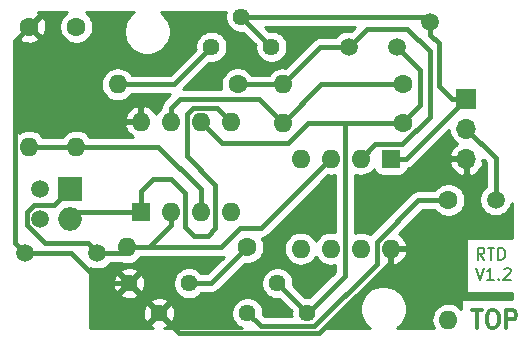
<source format=gtl>
G04 #@! TF.GenerationSoftware,KiCad,Pcbnew,(5.1.4)-1*
G04 #@! TF.CreationDate,2019-09-16T22:23:31+02:00*
G04 #@! TF.ProjectId,RTD,5254442e-6b69-4636-9164-5f7063625858,1.2*
G04 #@! TF.SameCoordinates,PXe4e1c0PY29f6300*
G04 #@! TF.FileFunction,Copper,L1,Top*
G04 #@! TF.FilePolarity,Positive*
%FSLAX46Y46*%
G04 Gerber Fmt 4.6, Leading zero omitted, Abs format (unit mm)*
G04 Created by KiCad (PCBNEW (5.1.4)-1) date 2019-09-16 22:23:31*
%MOMM*%
%LPD*%
G04 APERTURE LIST*
%ADD10C,0.200000*%
%ADD11C,0.300000*%
%ADD12C,1.500000*%
%ADD13O,1.600000X1.600000*%
%ADD14R,1.600000X1.600000*%
%ADD15C,1.600000*%
%ADD16C,1.440000*%
%ADD17R,1.998980X1.998980*%
%ADD18O,1.998980X1.998980*%
%ADD19O,1.700000X1.700000*%
%ADD20R,1.700000X1.700000*%
%ADD21C,0.400000*%
%ADD22C,0.254000*%
G04 APERTURE END LIST*
D10*
X40549523Y6932620D02*
X40216190Y7408810D01*
X39978095Y6932620D02*
X39978095Y7932620D01*
X40359047Y7932620D01*
X40454285Y7885000D01*
X40501904Y7837381D01*
X40549523Y7742143D01*
X40549523Y7599286D01*
X40501904Y7504048D01*
X40454285Y7456429D01*
X40359047Y7408810D01*
X39978095Y7408810D01*
X40835238Y7932620D02*
X41406666Y7932620D01*
X41120952Y6932620D02*
X41120952Y7932620D01*
X41740000Y6932620D02*
X41740000Y7932620D01*
X41978095Y7932620D01*
X42120952Y7885000D01*
X42216190Y7789762D01*
X42263809Y7694524D01*
X42311428Y7504048D01*
X42311428Y7361191D01*
X42263809Y7170715D01*
X42216190Y7075477D01*
X42120952Y6980239D01*
X41978095Y6932620D01*
X41740000Y6932620D01*
X39835238Y6232620D02*
X40168571Y5232620D01*
X40501904Y6232620D01*
X41359047Y5232620D02*
X40787619Y5232620D01*
X41073333Y5232620D02*
X41073333Y6232620D01*
X40978095Y6089762D01*
X40882857Y5994524D01*
X40787619Y5946905D01*
X41787619Y5327858D02*
X41835238Y5280239D01*
X41787619Y5232620D01*
X41740000Y5280239D01*
X41787619Y5327858D01*
X41787619Y5232620D01*
X42216190Y6137381D02*
X42263809Y6185000D01*
X42359047Y6232620D01*
X42597142Y6232620D01*
X42692380Y6185000D01*
X42740000Y6137381D01*
X42787619Y6042143D01*
X42787619Y5946905D01*
X42740000Y5804048D01*
X42168571Y5232620D01*
X42787619Y5232620D01*
D11*
X39471071Y2657429D02*
X40328214Y2657429D01*
X39899642Y1157429D02*
X39899642Y2657429D01*
X41113928Y2657429D02*
X41399642Y2657429D01*
X41542500Y2586000D01*
X41685357Y2443143D01*
X41756785Y2157429D01*
X41756785Y1657429D01*
X41685357Y1371715D01*
X41542500Y1228858D01*
X41399642Y1157429D01*
X41113928Y1157429D01*
X40971071Y1228858D01*
X40828214Y1371715D01*
X40756785Y1657429D01*
X40756785Y2157429D01*
X40828214Y2443143D01*
X40971071Y2586000D01*
X41113928Y2657429D01*
X42399642Y1157429D02*
X42399642Y2657429D01*
X42971071Y2657429D01*
X43113928Y2586000D01*
X43185357Y2514572D01*
X43256785Y2371715D01*
X43256785Y2157429D01*
X43185357Y2014572D01*
X43113928Y1943143D01*
X42971071Y1871715D01*
X42399642Y1871715D01*
D12*
X41515000Y11996000D03*
X33133000Y24950000D03*
X29069000Y24950000D03*
X7796500Y7487500D03*
X1637000Y7487500D03*
X35990500Y27045500D03*
D13*
X32625000Y7868500D03*
X25005000Y15488500D03*
X30085000Y7868500D03*
X27545000Y15488500D03*
X27545000Y7868500D03*
X30085000Y15488500D03*
X25005000Y7868500D03*
D14*
X32625000Y15488500D03*
D13*
X11479500Y18600000D03*
X19099500Y10980000D03*
X14019500Y18600000D03*
X16559500Y10980000D03*
X16559500Y18600000D03*
X14019500Y10980000D03*
X19099500Y18600000D03*
D14*
X11479500Y10980000D03*
D13*
X37514500Y1836000D03*
D15*
X37514500Y11996000D03*
D13*
X23481000Y18536500D03*
D15*
X33641000Y18536500D03*
D16*
X25576500Y2407500D03*
X23036500Y4947500D03*
X20496500Y2407500D03*
D13*
X23481000Y21775000D03*
D15*
X33641000Y21775000D03*
D13*
X9511000Y21775000D03*
D15*
X19671000Y21775000D03*
D13*
X6018500Y16504500D03*
D15*
X6018500Y26664500D03*
D13*
X2018000Y16504500D03*
D15*
X2018000Y26664500D03*
D13*
X10336500Y7995500D03*
D15*
X20496500Y7995500D03*
D12*
X2970500Y12948500D03*
X2970500Y10408500D03*
D17*
X5510500Y12948500D03*
D18*
X5510500Y10408500D03*
D16*
X10463500Y4947500D03*
X13003500Y2407500D03*
X15543500Y4947500D03*
X22528500Y24950000D03*
X19988500Y27490000D03*
X17448500Y24950000D03*
D19*
X39038500Y15488500D03*
X39038500Y18028500D03*
D20*
X39038500Y20568500D03*
D21*
X39038500Y14286419D02*
X39038500Y15488500D01*
X39038500Y10916500D02*
X39038500Y14286419D01*
X32625000Y7868500D02*
X35990500Y7868500D01*
X35990500Y7868500D02*
X39038500Y10916500D01*
X10082500Y18600000D02*
X11479500Y18600000D01*
X2018000Y26664500D02*
X10082500Y18600000D01*
X1218001Y25864501D02*
X2018000Y26664500D01*
X817999Y25464499D02*
X1218001Y25864501D01*
X817999Y8306501D02*
X817999Y25464499D01*
X1637000Y7487500D02*
X817999Y8306501D01*
X9445267Y4947500D02*
X10463500Y4947500D01*
X8120249Y4947500D02*
X9445267Y4947500D01*
X1637000Y7487500D02*
X5580249Y7487500D01*
X5580249Y7487500D02*
X8120249Y4947500D01*
X10463500Y4947500D02*
X13003500Y2407500D01*
X13723499Y1687501D02*
X13003500Y2407500D01*
X14723510Y687490D02*
X13723499Y1687501D01*
X26575360Y687490D02*
X14723510Y687490D01*
X32625000Y6737130D02*
X26575360Y687490D01*
X32625000Y7868500D02*
X32625000Y6737130D01*
X14273500Y21775000D02*
X17448500Y24950000D01*
X9511000Y21775000D02*
X14273500Y21775000D01*
X17448500Y4947500D02*
X20496500Y7995500D01*
X15543500Y4947500D02*
X17448500Y4947500D01*
X26745001Y14688501D02*
X27545000Y15488500D01*
X21670251Y9613751D02*
X26745001Y14688501D01*
X19892251Y9613751D02*
X21670251Y9613751D01*
X18274000Y7995500D02*
X19892251Y9613751D01*
X12178000Y8007130D02*
X12178000Y7995500D01*
X14019500Y9848630D02*
X12178000Y8007130D01*
X14019500Y10980000D02*
X14019500Y9848630D01*
X10336500Y7995500D02*
X12178000Y7995500D01*
X12178000Y7995500D02*
X18274000Y7995500D01*
X4120501Y11558501D02*
X2418499Y11558501D01*
X5510500Y12948500D02*
X4120501Y11558501D01*
X2418499Y11558501D02*
X1820499Y10960501D01*
X1820499Y10960501D02*
X1820499Y9856499D01*
X1820499Y9856499D02*
X3363998Y8313000D01*
X6971000Y8313000D02*
X7796500Y7487500D01*
X3363998Y8313000D02*
X6971000Y8313000D01*
X9828500Y7487500D02*
X10336500Y7995500D01*
X7796500Y7487500D02*
X9828500Y7487500D01*
X6082000Y10980000D02*
X5510500Y10408500D01*
X11479500Y10980000D02*
X6082000Y10980000D01*
X15219501Y12573999D02*
X14019500Y13774000D01*
X11479500Y12758000D02*
X11479500Y10980000D01*
X15219501Y9716499D02*
X15219501Y12573999D01*
X15988000Y8948000D02*
X15219501Y9716499D01*
X14019500Y13774000D02*
X12495500Y13774000D01*
X17759501Y9576501D02*
X17131000Y8948000D01*
X12495500Y13774000D02*
X11479500Y12758000D01*
X17899499Y19800001D02*
X15918001Y19800001D01*
X15918001Y19800001D02*
X15359499Y19241499D01*
X19099500Y18600000D02*
X17899499Y19800001D01*
X15359499Y19241499D02*
X15359499Y15672501D01*
X17131000Y8948000D02*
X15988000Y8948000D01*
X15359499Y15672501D02*
X17759501Y13272499D01*
X17759501Y13272499D02*
X17759501Y9576501D01*
X26656000Y24950000D02*
X29069000Y24950000D01*
X23481000Y21775000D02*
X26656000Y24950000D01*
X19671000Y21775000D02*
X23481000Y21775000D01*
X29818999Y25699999D02*
X29069000Y24950000D01*
X30593000Y26474000D02*
X29818999Y25699999D01*
X31285001Y16688501D02*
X33569003Y16688501D01*
X30085000Y15488500D02*
X31285001Y16688501D01*
X33569003Y16688501D02*
X35927000Y19046498D01*
X35927000Y19046498D02*
X35927000Y24569000D01*
X35927000Y24569000D02*
X34022000Y26474000D01*
X34022000Y26474000D02*
X30593000Y26474000D01*
X26719500Y21775000D02*
X33641000Y21775000D01*
X23481000Y18536500D02*
X26719500Y21775000D01*
X22681001Y19336499D02*
X23481000Y18536500D01*
X21449000Y20568500D02*
X22681001Y19336499D01*
X14781500Y20568500D02*
X21449000Y20568500D01*
X14019500Y18600000D02*
X14019500Y19806500D01*
X14019500Y19806500D02*
X14781500Y20568500D01*
X34440999Y19336499D02*
X33641000Y18536500D01*
X35101500Y19997000D02*
X34440999Y19336499D01*
X33133000Y24950000D02*
X35101500Y22981500D01*
X35101500Y22981500D02*
X35101500Y19997000D01*
X25576500Y2407500D02*
X23036500Y4947500D01*
X17359499Y17800001D02*
X16559500Y18600000D01*
X18337500Y16822000D02*
X17359499Y17800001D01*
X23925500Y16822000D02*
X18337500Y16822000D01*
X25640000Y18536500D02*
X23925500Y16822000D01*
X26296499Y3127499D02*
X25576500Y2407500D01*
X28745001Y5576001D02*
X26296499Y3127499D01*
X28745001Y18466501D02*
X28745001Y5576001D01*
X28815000Y18536500D02*
X28745001Y18466501D01*
X28815000Y18536500D02*
X25640000Y18536500D01*
X33641000Y18536500D02*
X28815000Y18536500D01*
X41515000Y15552000D02*
X41515000Y11996000D01*
X39038500Y18028500D02*
X41515000Y15552000D01*
X19988500Y27490000D02*
X22528500Y24950000D01*
X35546000Y27490000D02*
X35990500Y27045500D01*
X19988500Y27490000D02*
X35546000Y27490000D01*
X33958500Y15488500D02*
X39038500Y20568500D01*
X32625000Y15488500D02*
X33958500Y15488500D01*
X37788500Y20568500D02*
X39038500Y20568500D01*
X36689000Y21668000D02*
X37788500Y20568500D01*
X35990500Y27045500D02*
X35990500Y25984840D01*
X36689000Y25286340D02*
X36689000Y21668000D01*
X35990500Y25984840D02*
X36689000Y25286340D01*
X3149370Y16504500D02*
X6018500Y16504500D01*
X2018000Y16504500D02*
X3149370Y16504500D01*
X16559500Y12885000D02*
X16559500Y10980000D01*
X6018500Y16504500D02*
X12940000Y16504500D01*
X12940000Y16504500D02*
X16559500Y12885000D01*
X36383130Y11996000D02*
X37514500Y11996000D01*
X34976498Y11996000D02*
X36383130Y11996000D01*
X31424999Y8444501D02*
X34976498Y11996000D01*
X26114101Y1287499D02*
X31424999Y6598397D01*
X31424999Y6598397D02*
X31424999Y8444501D01*
X21616501Y1287499D02*
X26114101Y1287499D01*
X20496500Y2407500D02*
X21616501Y1287499D01*
D22*
G36*
X37574987Y17737389D02*
G01*
X37659901Y17457466D01*
X37797794Y17199486D01*
X37983366Y16973366D01*
X38209486Y16787794D01*
X38274023Y16753299D01*
X38157145Y16683678D01*
X37940912Y16488769D01*
X37766859Y16255420D01*
X37641675Y15992599D01*
X37597024Y15845390D01*
X37718345Y15615500D01*
X38911500Y15615500D01*
X38911500Y15635500D01*
X39165500Y15635500D01*
X39165500Y15615500D01*
X39185500Y15615500D01*
X39185500Y15361500D01*
X39165500Y15361500D01*
X39165500Y14167686D01*
X39395391Y14047019D01*
X39669752Y14144343D01*
X39919855Y14293322D01*
X40136088Y14488231D01*
X40310141Y14721580D01*
X40435325Y14984401D01*
X40479976Y15131610D01*
X40358656Y15361498D01*
X40523500Y15361498D01*
X40523500Y15362631D01*
X40680000Y15206131D01*
X40680001Y13103796D01*
X40632114Y13071799D01*
X40439201Y12878886D01*
X40287629Y12652043D01*
X40183225Y12399989D01*
X40130000Y12132411D01*
X40130000Y11859589D01*
X40183225Y11592011D01*
X40287629Y11339957D01*
X40439201Y11113114D01*
X40632114Y10920201D01*
X40858957Y10768629D01*
X41111011Y10664225D01*
X41378589Y10611000D01*
X41651411Y10611000D01*
X41918989Y10664225D01*
X42171043Y10768629D01*
X42397886Y10920201D01*
X42590799Y11113114D01*
X42742371Y11339957D01*
X42846775Y11592011D01*
X42873000Y11723852D01*
X42873000Y8790000D01*
X38975000Y8790000D01*
X38975000Y4120000D01*
X42873000Y4120000D01*
X42873000Y3626000D01*
X38588214Y3626000D01*
X38588214Y2789680D01*
X38534108Y2855608D01*
X38315601Y3034932D01*
X38066308Y3168182D01*
X37795809Y3250236D01*
X37584992Y3271000D01*
X37444008Y3271000D01*
X37233191Y3250236D01*
X36962692Y3168182D01*
X36713399Y3034932D01*
X36494892Y2855608D01*
X36315568Y2637101D01*
X36182318Y2387808D01*
X36100264Y2117309D01*
X36072557Y1836000D01*
X36100264Y1554691D01*
X36182318Y1284192D01*
X36266339Y1127000D01*
X33143916Y1127000D01*
X33265364Y1208149D01*
X33541851Y1484636D01*
X33759085Y1809750D01*
X33908718Y2170997D01*
X33985000Y2554495D01*
X33985000Y2945505D01*
X33908718Y3329003D01*
X33759085Y3690250D01*
X33541851Y4015364D01*
X33265364Y4291851D01*
X32940250Y4509085D01*
X32579003Y4658718D01*
X32195505Y4735000D01*
X31804495Y4735000D01*
X31420997Y4658718D01*
X31059750Y4509085D01*
X30734636Y4291851D01*
X30458149Y4015364D01*
X30240915Y3690250D01*
X30091282Y3329003D01*
X30015000Y2945505D01*
X30015000Y2554495D01*
X30091282Y2170997D01*
X30240915Y1809750D01*
X30458149Y1484636D01*
X30734636Y1208149D01*
X30856084Y1127000D01*
X27134469Y1127000D01*
X31986427Y5978957D01*
X32018290Y6005106D01*
X32122635Y6132251D01*
X32200171Y6277310D01*
X32247917Y6434708D01*
X32252736Y6483640D01*
X32275961Y6476596D01*
X32498000Y6598585D01*
X32498000Y7741500D01*
X32752000Y7741500D01*
X32752000Y6598585D01*
X32974039Y6476596D01*
X33108087Y6517254D01*
X33362420Y6637463D01*
X33588414Y6804981D01*
X33777385Y7013369D01*
X33922070Y7254619D01*
X34016909Y7519460D01*
X33895624Y7741500D01*
X32752000Y7741500D01*
X32498000Y7741500D01*
X32478000Y7741500D01*
X32478000Y7995500D01*
X32498000Y7995500D01*
X32498000Y8015500D01*
X32752000Y8015500D01*
X32752000Y7995500D01*
X33895624Y7995500D01*
X34016909Y8217540D01*
X33922070Y8482381D01*
X33777385Y8723631D01*
X33588414Y8932019D01*
X33362420Y9099537D01*
X33293484Y9132119D01*
X35322366Y11161000D01*
X36346570Y11161000D01*
X36399863Y11081241D01*
X36599741Y10881363D01*
X36834773Y10724320D01*
X37095926Y10616147D01*
X37373165Y10561000D01*
X37655835Y10561000D01*
X37933074Y10616147D01*
X38194227Y10724320D01*
X38429259Y10881363D01*
X38629137Y11081241D01*
X38786180Y11316273D01*
X38894353Y11577426D01*
X38949500Y11854665D01*
X38949500Y12137335D01*
X38894353Y12414574D01*
X38786180Y12675727D01*
X38629137Y12910759D01*
X38429259Y13110637D01*
X38194227Y13267680D01*
X37933074Y13375853D01*
X37655835Y13431000D01*
X37373165Y13431000D01*
X37095926Y13375853D01*
X36834773Y13267680D01*
X36599741Y13110637D01*
X36399863Y12910759D01*
X36346570Y12831000D01*
X35017516Y12831000D01*
X34976497Y12835040D01*
X34935479Y12831000D01*
X34812809Y12818918D01*
X34655411Y12771172D01*
X34510352Y12693636D01*
X34383207Y12589291D01*
X34357057Y12557427D01*
X30873694Y9074063D01*
X30636808Y9200682D01*
X30366309Y9282736D01*
X30155492Y9303500D01*
X30014508Y9303500D01*
X29803691Y9282736D01*
X29580001Y9214881D01*
X29580001Y14142119D01*
X29803691Y14074264D01*
X30014508Y14053500D01*
X30155492Y14053500D01*
X30366309Y14074264D01*
X30636808Y14156318D01*
X30886101Y14289568D01*
X31104608Y14468892D01*
X31197419Y14581982D01*
X31199188Y14564018D01*
X31235498Y14444320D01*
X31294463Y14334006D01*
X31373815Y14237315D01*
X31470506Y14157963D01*
X31580820Y14098998D01*
X31700518Y14062688D01*
X31825000Y14050428D01*
X33425000Y14050428D01*
X33549482Y14062688D01*
X33669180Y14098998D01*
X33779494Y14157963D01*
X33876185Y14237315D01*
X33955537Y14334006D01*
X34014502Y14444320D01*
X34050812Y14564018D01*
X34060214Y14659478D01*
X34122189Y14665582D01*
X34279587Y14713328D01*
X34424646Y14790864D01*
X34551791Y14895209D01*
X34577946Y14927079D01*
X34782477Y15131610D01*
X37597024Y15131610D01*
X37641675Y14984401D01*
X37766859Y14721580D01*
X37940912Y14488231D01*
X38157145Y14293322D01*
X38407248Y14144343D01*
X38681609Y14047019D01*
X38911500Y14167686D01*
X38911500Y15361500D01*
X37718345Y15361500D01*
X37597024Y15131610D01*
X34782477Y15131610D01*
X37558245Y17907376D01*
X37574987Y17737389D01*
X37574987Y17737389D01*
G37*
X37574987Y17737389D02*
X37659901Y17457466D01*
X37797794Y17199486D01*
X37983366Y16973366D01*
X38209486Y16787794D01*
X38274023Y16753299D01*
X38157145Y16683678D01*
X37940912Y16488769D01*
X37766859Y16255420D01*
X37641675Y15992599D01*
X37597024Y15845390D01*
X37718345Y15615500D01*
X38911500Y15615500D01*
X38911500Y15635500D01*
X39165500Y15635500D01*
X39165500Y15615500D01*
X39185500Y15615500D01*
X39185500Y15361500D01*
X39165500Y15361500D01*
X39165500Y14167686D01*
X39395391Y14047019D01*
X39669752Y14144343D01*
X39919855Y14293322D01*
X40136088Y14488231D01*
X40310141Y14721580D01*
X40435325Y14984401D01*
X40479976Y15131610D01*
X40358656Y15361498D01*
X40523500Y15361498D01*
X40523500Y15362631D01*
X40680000Y15206131D01*
X40680001Y13103796D01*
X40632114Y13071799D01*
X40439201Y12878886D01*
X40287629Y12652043D01*
X40183225Y12399989D01*
X40130000Y12132411D01*
X40130000Y11859589D01*
X40183225Y11592011D01*
X40287629Y11339957D01*
X40439201Y11113114D01*
X40632114Y10920201D01*
X40858957Y10768629D01*
X41111011Y10664225D01*
X41378589Y10611000D01*
X41651411Y10611000D01*
X41918989Y10664225D01*
X42171043Y10768629D01*
X42397886Y10920201D01*
X42590799Y11113114D01*
X42742371Y11339957D01*
X42846775Y11592011D01*
X42873000Y11723852D01*
X42873000Y8790000D01*
X38975000Y8790000D01*
X38975000Y4120000D01*
X42873000Y4120000D01*
X42873000Y3626000D01*
X38588214Y3626000D01*
X38588214Y2789680D01*
X38534108Y2855608D01*
X38315601Y3034932D01*
X38066308Y3168182D01*
X37795809Y3250236D01*
X37584992Y3271000D01*
X37444008Y3271000D01*
X37233191Y3250236D01*
X36962692Y3168182D01*
X36713399Y3034932D01*
X36494892Y2855608D01*
X36315568Y2637101D01*
X36182318Y2387808D01*
X36100264Y2117309D01*
X36072557Y1836000D01*
X36100264Y1554691D01*
X36182318Y1284192D01*
X36266339Y1127000D01*
X33143916Y1127000D01*
X33265364Y1208149D01*
X33541851Y1484636D01*
X33759085Y1809750D01*
X33908718Y2170997D01*
X33985000Y2554495D01*
X33985000Y2945505D01*
X33908718Y3329003D01*
X33759085Y3690250D01*
X33541851Y4015364D01*
X33265364Y4291851D01*
X32940250Y4509085D01*
X32579003Y4658718D01*
X32195505Y4735000D01*
X31804495Y4735000D01*
X31420997Y4658718D01*
X31059750Y4509085D01*
X30734636Y4291851D01*
X30458149Y4015364D01*
X30240915Y3690250D01*
X30091282Y3329003D01*
X30015000Y2945505D01*
X30015000Y2554495D01*
X30091282Y2170997D01*
X30240915Y1809750D01*
X30458149Y1484636D01*
X30734636Y1208149D01*
X30856084Y1127000D01*
X27134469Y1127000D01*
X31986427Y5978957D01*
X32018290Y6005106D01*
X32122635Y6132251D01*
X32200171Y6277310D01*
X32247917Y6434708D01*
X32252736Y6483640D01*
X32275961Y6476596D01*
X32498000Y6598585D01*
X32498000Y7741500D01*
X32752000Y7741500D01*
X32752000Y6598585D01*
X32974039Y6476596D01*
X33108087Y6517254D01*
X33362420Y6637463D01*
X33588414Y6804981D01*
X33777385Y7013369D01*
X33922070Y7254619D01*
X34016909Y7519460D01*
X33895624Y7741500D01*
X32752000Y7741500D01*
X32498000Y7741500D01*
X32478000Y7741500D01*
X32478000Y7995500D01*
X32498000Y7995500D01*
X32498000Y8015500D01*
X32752000Y8015500D01*
X32752000Y7995500D01*
X33895624Y7995500D01*
X34016909Y8217540D01*
X33922070Y8482381D01*
X33777385Y8723631D01*
X33588414Y8932019D01*
X33362420Y9099537D01*
X33293484Y9132119D01*
X35322366Y11161000D01*
X36346570Y11161000D01*
X36399863Y11081241D01*
X36599741Y10881363D01*
X36834773Y10724320D01*
X37095926Y10616147D01*
X37373165Y10561000D01*
X37655835Y10561000D01*
X37933074Y10616147D01*
X38194227Y10724320D01*
X38429259Y10881363D01*
X38629137Y11081241D01*
X38786180Y11316273D01*
X38894353Y11577426D01*
X38949500Y11854665D01*
X38949500Y12137335D01*
X38894353Y12414574D01*
X38786180Y12675727D01*
X38629137Y12910759D01*
X38429259Y13110637D01*
X38194227Y13267680D01*
X37933074Y13375853D01*
X37655835Y13431000D01*
X37373165Y13431000D01*
X37095926Y13375853D01*
X36834773Y13267680D01*
X36599741Y13110637D01*
X36399863Y12910759D01*
X36346570Y12831000D01*
X35017516Y12831000D01*
X34976497Y12835040D01*
X34935479Y12831000D01*
X34812809Y12818918D01*
X34655411Y12771172D01*
X34510352Y12693636D01*
X34383207Y12589291D01*
X34357057Y12557427D01*
X30873694Y9074063D01*
X30636808Y9200682D01*
X30366309Y9282736D01*
X30155492Y9303500D01*
X30014508Y9303500D01*
X29803691Y9282736D01*
X29580001Y9214881D01*
X29580001Y14142119D01*
X29803691Y14074264D01*
X30014508Y14053500D01*
X30155492Y14053500D01*
X30366309Y14074264D01*
X30636808Y14156318D01*
X30886101Y14289568D01*
X31104608Y14468892D01*
X31197419Y14581982D01*
X31199188Y14564018D01*
X31235498Y14444320D01*
X31294463Y14334006D01*
X31373815Y14237315D01*
X31470506Y14157963D01*
X31580820Y14098998D01*
X31700518Y14062688D01*
X31825000Y14050428D01*
X33425000Y14050428D01*
X33549482Y14062688D01*
X33669180Y14098998D01*
X33779494Y14157963D01*
X33876185Y14237315D01*
X33955537Y14334006D01*
X34014502Y14444320D01*
X34050812Y14564018D01*
X34060214Y14659478D01*
X34122189Y14665582D01*
X34279587Y14713328D01*
X34424646Y14790864D01*
X34551791Y14895209D01*
X34577946Y14927079D01*
X34782477Y15131610D01*
X37597024Y15131610D01*
X37641675Y14984401D01*
X37766859Y14721580D01*
X37940912Y14488231D01*
X38157145Y14293322D01*
X38407248Y14144343D01*
X38681609Y14047019D01*
X38911500Y14167686D01*
X38911500Y15361500D01*
X37718345Y15361500D01*
X37597024Y15131610D01*
X34782477Y15131610D01*
X37558245Y17907376D01*
X37574987Y17737389D01*
G36*
X27910002Y9257348D02*
G01*
X27826309Y9282736D01*
X27615492Y9303500D01*
X27474508Y9303500D01*
X27263691Y9282736D01*
X26993192Y9200682D01*
X26743899Y9067432D01*
X26525392Y8888108D01*
X26346068Y8669601D01*
X26275000Y8536642D01*
X26203932Y8669601D01*
X26024608Y8888108D01*
X25806101Y9067432D01*
X25556808Y9200682D01*
X25286309Y9282736D01*
X25075492Y9303500D01*
X24934508Y9303500D01*
X24723691Y9282736D01*
X24453192Y9200682D01*
X24203899Y9067432D01*
X23985392Y8888108D01*
X23806068Y8669601D01*
X23672818Y8420308D01*
X23590764Y8149809D01*
X23563057Y7868500D01*
X23590764Y7587191D01*
X23672818Y7316692D01*
X23806068Y7067399D01*
X23985392Y6848892D01*
X24203899Y6669568D01*
X24453192Y6536318D01*
X24723691Y6454264D01*
X24934508Y6433500D01*
X25075492Y6433500D01*
X25286309Y6454264D01*
X25556808Y6536318D01*
X25806101Y6669568D01*
X26024608Y6848892D01*
X26203932Y7067399D01*
X26275000Y7200358D01*
X26346068Y7067399D01*
X26525392Y6848892D01*
X26743899Y6669568D01*
X26993192Y6536318D01*
X27263691Y6454264D01*
X27474508Y6433500D01*
X27615492Y6433500D01*
X27826309Y6454264D01*
X27910002Y6479652D01*
X27910002Y5921871D01*
X25743884Y3755751D01*
X25709956Y3762500D01*
X25443044Y3762500D01*
X25409116Y3755751D01*
X24384751Y4780116D01*
X24391500Y4814044D01*
X24391500Y5080956D01*
X24339428Y5342739D01*
X24237285Y5589333D01*
X24088997Y5811262D01*
X23900262Y5999997D01*
X23678333Y6148285D01*
X23431739Y6250428D01*
X23169956Y6302500D01*
X22903044Y6302500D01*
X22641261Y6250428D01*
X22394667Y6148285D01*
X22172738Y5999997D01*
X21984003Y5811262D01*
X21835715Y5589333D01*
X21733572Y5342739D01*
X21681500Y5080956D01*
X21681500Y4814044D01*
X21733572Y4552261D01*
X21835715Y4305667D01*
X21984003Y4083738D01*
X22172738Y3895003D01*
X22394667Y3746715D01*
X22641261Y3644572D01*
X22903044Y3592500D01*
X23169956Y3592500D01*
X23203884Y3599249D01*
X24228249Y2574884D01*
X24221500Y2540956D01*
X24221500Y2274044D01*
X24251644Y2122499D01*
X21962370Y2122499D01*
X21844751Y2240117D01*
X21851500Y2274044D01*
X21851500Y2540956D01*
X21799428Y2802739D01*
X21697285Y3049333D01*
X21548997Y3271262D01*
X21360262Y3459997D01*
X21138333Y3608285D01*
X20891739Y3710428D01*
X20629956Y3762500D01*
X20363044Y3762500D01*
X20101261Y3710428D01*
X19854667Y3608285D01*
X19632738Y3459997D01*
X19444003Y3271262D01*
X19295715Y3049333D01*
X19193572Y2802739D01*
X19141500Y2540956D01*
X19141500Y2274044D01*
X19193572Y2012261D01*
X19295715Y1765667D01*
X19444003Y1543738D01*
X19632738Y1355003D01*
X19854667Y1206715D01*
X20047115Y1127000D01*
X13447085Y1127000D01*
X13591853Y1179625D01*
X13697568Y1236132D01*
X13759455Y1471940D01*
X13003500Y2227895D01*
X12247545Y1471940D01*
X12309432Y1236132D01*
X12543222Y1127000D01*
X7127000Y1127000D01*
X7127000Y2333820D01*
X11643939Y2333820D01*
X11684437Y2069999D01*
X11775625Y1819147D01*
X11832132Y1713432D01*
X12067940Y1651545D01*
X12823895Y2407500D01*
X13183105Y2407500D01*
X13939060Y1651545D01*
X14174868Y1713432D01*
X14287766Y1955290D01*
X14351311Y2214527D01*
X14363061Y2481180D01*
X14322563Y2745001D01*
X14231375Y2995853D01*
X14174868Y3101568D01*
X13939060Y3163455D01*
X13183105Y2407500D01*
X12823895Y2407500D01*
X12067940Y3163455D01*
X11832132Y3101568D01*
X11719234Y2859710D01*
X11655689Y2600473D01*
X11643939Y2333820D01*
X7127000Y2333820D01*
X7127000Y3343060D01*
X12247545Y3343060D01*
X13003500Y2587105D01*
X13759455Y3343060D01*
X13697568Y3578868D01*
X13455710Y3691766D01*
X13196473Y3755311D01*
X12929820Y3767061D01*
X12665999Y3726563D01*
X12415147Y3635375D01*
X12309432Y3578868D01*
X12247545Y3343060D01*
X7127000Y3343060D01*
X7127000Y4011940D01*
X9707545Y4011940D01*
X9769432Y3776132D01*
X10011290Y3663234D01*
X10270527Y3599689D01*
X10537180Y3587939D01*
X10801001Y3628437D01*
X11051853Y3719625D01*
X11157568Y3776132D01*
X11219455Y4011940D01*
X10463500Y4767895D01*
X9707545Y4011940D01*
X7127000Y4011940D01*
X7127000Y4873820D01*
X9103939Y4873820D01*
X9144437Y4609999D01*
X9235625Y4359147D01*
X9292132Y4253432D01*
X9527940Y4191545D01*
X10283895Y4947500D01*
X10643105Y4947500D01*
X11399060Y4191545D01*
X11634868Y4253432D01*
X11747766Y4495290D01*
X11811311Y4754527D01*
X11823061Y5021180D01*
X11782563Y5285001D01*
X11691375Y5535853D01*
X11634868Y5641568D01*
X11399060Y5703455D01*
X10643105Y4947500D01*
X10283895Y4947500D01*
X9527940Y5703455D01*
X9292132Y5641568D01*
X9179234Y5399710D01*
X9115689Y5140473D01*
X9103939Y4873820D01*
X7127000Y4873820D01*
X7127000Y5883060D01*
X9707545Y5883060D01*
X10463500Y5127105D01*
X11219455Y5883060D01*
X11157568Y6118868D01*
X10915710Y6231766D01*
X10656473Y6295311D01*
X10389820Y6307061D01*
X10125999Y6266563D01*
X9875147Y6175375D01*
X9769432Y6118868D01*
X9707545Y5883060D01*
X7127000Y5883060D01*
X7127000Y6269121D01*
X7140457Y6260129D01*
X7392511Y6155725D01*
X7660089Y6102500D01*
X7932911Y6102500D01*
X8200489Y6155725D01*
X8452543Y6260129D01*
X8679386Y6411701D01*
X8872299Y6604614D01*
X8904295Y6652500D01*
X9787482Y6652500D01*
X9828500Y6648460D01*
X9832405Y6648845D01*
X10055191Y6581264D01*
X10266008Y6560500D01*
X10406992Y6560500D01*
X10617809Y6581264D01*
X10888308Y6663318D01*
X11137601Y6796568D01*
X11356108Y6975892D01*
X11507612Y7160500D01*
X12136982Y7160500D01*
X12178000Y7156460D01*
X12219019Y7160500D01*
X18232982Y7160500D01*
X18274000Y7156460D01*
X18315018Y7160500D01*
X18315019Y7160500D01*
X18437689Y7172582D01*
X18516674Y7196542D01*
X17102633Y5782500D01*
X16615215Y5782500D01*
X16595997Y5811262D01*
X16407262Y5999997D01*
X16185333Y6148285D01*
X15938739Y6250428D01*
X15676956Y6302500D01*
X15410044Y6302500D01*
X15148261Y6250428D01*
X14901667Y6148285D01*
X14679738Y5999997D01*
X14491003Y5811262D01*
X14342715Y5589333D01*
X14240572Y5342739D01*
X14188500Y5080956D01*
X14188500Y4814044D01*
X14240572Y4552261D01*
X14342715Y4305667D01*
X14491003Y4083738D01*
X14679738Y3895003D01*
X14901667Y3746715D01*
X15148261Y3644572D01*
X15410044Y3592500D01*
X15676956Y3592500D01*
X15938739Y3644572D01*
X16185333Y3746715D01*
X16407262Y3895003D01*
X16595997Y4083738D01*
X16615215Y4112500D01*
X17407482Y4112500D01*
X17448500Y4108460D01*
X17489518Y4112500D01*
X17489519Y4112500D01*
X17612189Y4124582D01*
X17769587Y4172328D01*
X17914646Y4249864D01*
X18041791Y4354209D01*
X18067946Y4386079D01*
X20261083Y6579214D01*
X20355165Y6560500D01*
X20637835Y6560500D01*
X20915074Y6615647D01*
X21176227Y6723820D01*
X21411259Y6880863D01*
X21611137Y7080741D01*
X21768180Y7315773D01*
X21876353Y7576926D01*
X21931500Y7854165D01*
X21931500Y8136835D01*
X21876353Y8414074D01*
X21768180Y8675227D01*
X21699765Y8777618D01*
X21711269Y8778751D01*
X21711270Y8778751D01*
X21833940Y8790833D01*
X21991338Y8838579D01*
X22136397Y8916115D01*
X22263542Y9020460D01*
X22289697Y9052330D01*
X27307334Y14069966D01*
X27474508Y14053500D01*
X27615492Y14053500D01*
X27826309Y14074264D01*
X27910001Y14099651D01*
X27910002Y9257348D01*
X27910002Y9257348D01*
G37*
X27910002Y9257348D02*
X27826309Y9282736D01*
X27615492Y9303500D01*
X27474508Y9303500D01*
X27263691Y9282736D01*
X26993192Y9200682D01*
X26743899Y9067432D01*
X26525392Y8888108D01*
X26346068Y8669601D01*
X26275000Y8536642D01*
X26203932Y8669601D01*
X26024608Y8888108D01*
X25806101Y9067432D01*
X25556808Y9200682D01*
X25286309Y9282736D01*
X25075492Y9303500D01*
X24934508Y9303500D01*
X24723691Y9282736D01*
X24453192Y9200682D01*
X24203899Y9067432D01*
X23985392Y8888108D01*
X23806068Y8669601D01*
X23672818Y8420308D01*
X23590764Y8149809D01*
X23563057Y7868500D01*
X23590764Y7587191D01*
X23672818Y7316692D01*
X23806068Y7067399D01*
X23985392Y6848892D01*
X24203899Y6669568D01*
X24453192Y6536318D01*
X24723691Y6454264D01*
X24934508Y6433500D01*
X25075492Y6433500D01*
X25286309Y6454264D01*
X25556808Y6536318D01*
X25806101Y6669568D01*
X26024608Y6848892D01*
X26203932Y7067399D01*
X26275000Y7200358D01*
X26346068Y7067399D01*
X26525392Y6848892D01*
X26743899Y6669568D01*
X26993192Y6536318D01*
X27263691Y6454264D01*
X27474508Y6433500D01*
X27615492Y6433500D01*
X27826309Y6454264D01*
X27910002Y6479652D01*
X27910002Y5921871D01*
X25743884Y3755751D01*
X25709956Y3762500D01*
X25443044Y3762500D01*
X25409116Y3755751D01*
X24384751Y4780116D01*
X24391500Y4814044D01*
X24391500Y5080956D01*
X24339428Y5342739D01*
X24237285Y5589333D01*
X24088997Y5811262D01*
X23900262Y5999997D01*
X23678333Y6148285D01*
X23431739Y6250428D01*
X23169956Y6302500D01*
X22903044Y6302500D01*
X22641261Y6250428D01*
X22394667Y6148285D01*
X22172738Y5999997D01*
X21984003Y5811262D01*
X21835715Y5589333D01*
X21733572Y5342739D01*
X21681500Y5080956D01*
X21681500Y4814044D01*
X21733572Y4552261D01*
X21835715Y4305667D01*
X21984003Y4083738D01*
X22172738Y3895003D01*
X22394667Y3746715D01*
X22641261Y3644572D01*
X22903044Y3592500D01*
X23169956Y3592500D01*
X23203884Y3599249D01*
X24228249Y2574884D01*
X24221500Y2540956D01*
X24221500Y2274044D01*
X24251644Y2122499D01*
X21962370Y2122499D01*
X21844751Y2240117D01*
X21851500Y2274044D01*
X21851500Y2540956D01*
X21799428Y2802739D01*
X21697285Y3049333D01*
X21548997Y3271262D01*
X21360262Y3459997D01*
X21138333Y3608285D01*
X20891739Y3710428D01*
X20629956Y3762500D01*
X20363044Y3762500D01*
X20101261Y3710428D01*
X19854667Y3608285D01*
X19632738Y3459997D01*
X19444003Y3271262D01*
X19295715Y3049333D01*
X19193572Y2802739D01*
X19141500Y2540956D01*
X19141500Y2274044D01*
X19193572Y2012261D01*
X19295715Y1765667D01*
X19444003Y1543738D01*
X19632738Y1355003D01*
X19854667Y1206715D01*
X20047115Y1127000D01*
X13447085Y1127000D01*
X13591853Y1179625D01*
X13697568Y1236132D01*
X13759455Y1471940D01*
X13003500Y2227895D01*
X12247545Y1471940D01*
X12309432Y1236132D01*
X12543222Y1127000D01*
X7127000Y1127000D01*
X7127000Y2333820D01*
X11643939Y2333820D01*
X11684437Y2069999D01*
X11775625Y1819147D01*
X11832132Y1713432D01*
X12067940Y1651545D01*
X12823895Y2407500D01*
X13183105Y2407500D01*
X13939060Y1651545D01*
X14174868Y1713432D01*
X14287766Y1955290D01*
X14351311Y2214527D01*
X14363061Y2481180D01*
X14322563Y2745001D01*
X14231375Y2995853D01*
X14174868Y3101568D01*
X13939060Y3163455D01*
X13183105Y2407500D01*
X12823895Y2407500D01*
X12067940Y3163455D01*
X11832132Y3101568D01*
X11719234Y2859710D01*
X11655689Y2600473D01*
X11643939Y2333820D01*
X7127000Y2333820D01*
X7127000Y3343060D01*
X12247545Y3343060D01*
X13003500Y2587105D01*
X13759455Y3343060D01*
X13697568Y3578868D01*
X13455710Y3691766D01*
X13196473Y3755311D01*
X12929820Y3767061D01*
X12665999Y3726563D01*
X12415147Y3635375D01*
X12309432Y3578868D01*
X12247545Y3343060D01*
X7127000Y3343060D01*
X7127000Y4011940D01*
X9707545Y4011940D01*
X9769432Y3776132D01*
X10011290Y3663234D01*
X10270527Y3599689D01*
X10537180Y3587939D01*
X10801001Y3628437D01*
X11051853Y3719625D01*
X11157568Y3776132D01*
X11219455Y4011940D01*
X10463500Y4767895D01*
X9707545Y4011940D01*
X7127000Y4011940D01*
X7127000Y4873820D01*
X9103939Y4873820D01*
X9144437Y4609999D01*
X9235625Y4359147D01*
X9292132Y4253432D01*
X9527940Y4191545D01*
X10283895Y4947500D01*
X10643105Y4947500D01*
X11399060Y4191545D01*
X11634868Y4253432D01*
X11747766Y4495290D01*
X11811311Y4754527D01*
X11823061Y5021180D01*
X11782563Y5285001D01*
X11691375Y5535853D01*
X11634868Y5641568D01*
X11399060Y5703455D01*
X10643105Y4947500D01*
X10283895Y4947500D01*
X9527940Y5703455D01*
X9292132Y5641568D01*
X9179234Y5399710D01*
X9115689Y5140473D01*
X9103939Y4873820D01*
X7127000Y4873820D01*
X7127000Y5883060D01*
X9707545Y5883060D01*
X10463500Y5127105D01*
X11219455Y5883060D01*
X11157568Y6118868D01*
X10915710Y6231766D01*
X10656473Y6295311D01*
X10389820Y6307061D01*
X10125999Y6266563D01*
X9875147Y6175375D01*
X9769432Y6118868D01*
X9707545Y5883060D01*
X7127000Y5883060D01*
X7127000Y6269121D01*
X7140457Y6260129D01*
X7392511Y6155725D01*
X7660089Y6102500D01*
X7932911Y6102500D01*
X8200489Y6155725D01*
X8452543Y6260129D01*
X8679386Y6411701D01*
X8872299Y6604614D01*
X8904295Y6652500D01*
X9787482Y6652500D01*
X9828500Y6648460D01*
X9832405Y6648845D01*
X10055191Y6581264D01*
X10266008Y6560500D01*
X10406992Y6560500D01*
X10617809Y6581264D01*
X10888308Y6663318D01*
X11137601Y6796568D01*
X11356108Y6975892D01*
X11507612Y7160500D01*
X12136982Y7160500D01*
X12178000Y7156460D01*
X12219019Y7160500D01*
X18232982Y7160500D01*
X18274000Y7156460D01*
X18315018Y7160500D01*
X18315019Y7160500D01*
X18437689Y7172582D01*
X18516674Y7196542D01*
X17102633Y5782500D01*
X16615215Y5782500D01*
X16595997Y5811262D01*
X16407262Y5999997D01*
X16185333Y6148285D01*
X15938739Y6250428D01*
X15676956Y6302500D01*
X15410044Y6302500D01*
X15148261Y6250428D01*
X14901667Y6148285D01*
X14679738Y5999997D01*
X14491003Y5811262D01*
X14342715Y5589333D01*
X14240572Y5342739D01*
X14188500Y5080956D01*
X14188500Y4814044D01*
X14240572Y4552261D01*
X14342715Y4305667D01*
X14491003Y4083738D01*
X14679738Y3895003D01*
X14901667Y3746715D01*
X15148261Y3644572D01*
X15410044Y3592500D01*
X15676956Y3592500D01*
X15938739Y3644572D01*
X16185333Y3746715D01*
X16407262Y3895003D01*
X16595997Y4083738D01*
X16615215Y4112500D01*
X17407482Y4112500D01*
X17448500Y4108460D01*
X17489518Y4112500D01*
X17489519Y4112500D01*
X17612189Y4124582D01*
X17769587Y4172328D01*
X17914646Y4249864D01*
X18041791Y4354209D01*
X18067946Y4386079D01*
X20261083Y6579214D01*
X20355165Y6560500D01*
X20637835Y6560500D01*
X20915074Y6615647D01*
X21176227Y6723820D01*
X21411259Y6880863D01*
X21611137Y7080741D01*
X21768180Y7315773D01*
X21876353Y7576926D01*
X21931500Y7854165D01*
X21931500Y8136835D01*
X21876353Y8414074D01*
X21768180Y8675227D01*
X21699765Y8777618D01*
X21711269Y8778751D01*
X21711270Y8778751D01*
X21833940Y8790833D01*
X21991338Y8838579D01*
X22136397Y8916115D01*
X22263542Y9020460D01*
X22289697Y9052330D01*
X27307334Y14069966D01*
X27474508Y14053500D01*
X27615492Y14053500D01*
X27826309Y14074264D01*
X27910001Y14099651D01*
X27910002Y9257348D01*
G36*
X1830748Y7501642D02*
G01*
X1816605Y7487500D01*
X1830748Y7473357D01*
X1651143Y7293752D01*
X1637000Y7307895D01*
X1622858Y7293752D01*
X1443253Y7473357D01*
X1457395Y7487500D01*
X1443253Y7501642D01*
X1622858Y7681247D01*
X1637000Y7667105D01*
X1651143Y7681247D01*
X1830748Y7501642D01*
X1830748Y7501642D01*
G37*
X1830748Y7501642D02*
X1816605Y7487500D01*
X1830748Y7473357D01*
X1651143Y7293752D01*
X1637000Y7307895D01*
X1622858Y7293752D01*
X1443253Y7473357D01*
X1457395Y7487500D01*
X1443253Y7501642D01*
X1622858Y7681247D01*
X1637000Y7667105D01*
X1651143Y7681247D01*
X1830748Y7501642D01*
G36*
X5103741Y27779137D02*
G01*
X4903863Y27579259D01*
X4746820Y27344227D01*
X4638647Y27083074D01*
X4583500Y26805835D01*
X4583500Y26523165D01*
X4638647Y26245926D01*
X4746820Y25984773D01*
X4903863Y25749741D01*
X5103741Y25549863D01*
X5338773Y25392820D01*
X5599926Y25284647D01*
X5877165Y25229500D01*
X6159835Y25229500D01*
X6437074Y25284647D01*
X6698227Y25392820D01*
X6933259Y25549863D01*
X7133137Y25749741D01*
X7290180Y25984773D01*
X7398353Y26245926D01*
X7453500Y26523165D01*
X7453500Y26805835D01*
X7398353Y27083074D01*
X7290180Y27344227D01*
X7133137Y27579259D01*
X6933259Y27779137D01*
X6792783Y27873000D01*
X10856084Y27873000D01*
X10734636Y27791851D01*
X10458149Y27515364D01*
X10240915Y27190250D01*
X10091282Y26829003D01*
X10015000Y26445505D01*
X10015000Y26054495D01*
X10091282Y25670997D01*
X10240915Y25309750D01*
X10458149Y24984636D01*
X10734636Y24708149D01*
X11059750Y24490915D01*
X11420997Y24341282D01*
X11804495Y24265000D01*
X12195505Y24265000D01*
X12579003Y24341282D01*
X12940250Y24490915D01*
X13265364Y24708149D01*
X13541851Y24984636D01*
X13759085Y25309750D01*
X13908718Y25670997D01*
X13985000Y26054495D01*
X13985000Y26445505D01*
X13908718Y26829003D01*
X13759085Y27190250D01*
X13541851Y27515364D01*
X13265364Y27791851D01*
X13143916Y27873000D01*
X18683138Y27873000D01*
X18633500Y27623456D01*
X18633500Y27356544D01*
X18685572Y27094761D01*
X18787715Y26848167D01*
X18936003Y26626238D01*
X19124738Y26437503D01*
X19346667Y26289215D01*
X19593261Y26187072D01*
X19855044Y26135000D01*
X20121956Y26135000D01*
X20155884Y26141749D01*
X21180249Y25117384D01*
X21173500Y25083456D01*
X21173500Y24816544D01*
X21225572Y24554761D01*
X21327715Y24308167D01*
X21476003Y24086238D01*
X21664738Y23897503D01*
X21886667Y23749215D01*
X22133261Y23647072D01*
X22395044Y23595000D01*
X22661956Y23595000D01*
X22923739Y23647072D01*
X23170333Y23749215D01*
X23392262Y23897503D01*
X23580997Y24086238D01*
X23729285Y24308167D01*
X23831428Y24554761D01*
X23883500Y24816544D01*
X23883500Y25083456D01*
X23831428Y25345239D01*
X23729285Y25591833D01*
X23580997Y25813762D01*
X23392262Y26002497D01*
X23170333Y26150785D01*
X22923739Y26252928D01*
X22661956Y26305000D01*
X22395044Y26305000D01*
X22361116Y26298251D01*
X22004368Y26655000D01*
X29593132Y26655000D01*
X29261897Y26323764D01*
X29205411Y26335000D01*
X28932589Y26335000D01*
X28665011Y26281775D01*
X28412957Y26177371D01*
X28186114Y26025799D01*
X27993201Y25832886D01*
X27961205Y25785000D01*
X26697018Y25785000D01*
X26655999Y25789040D01*
X26614981Y25785000D01*
X26492311Y25772918D01*
X26334913Y25725172D01*
X26189854Y25647636D01*
X26062709Y25543291D01*
X26036561Y25511429D01*
X23718667Y23193534D01*
X23551492Y23210000D01*
X23410508Y23210000D01*
X23199691Y23189236D01*
X22929192Y23107182D01*
X22679899Y22973932D01*
X22461392Y22794608D01*
X22309888Y22610000D01*
X20838930Y22610000D01*
X20785637Y22689759D01*
X20585759Y22889637D01*
X20350727Y23046680D01*
X20089574Y23154853D01*
X19812335Y23210000D01*
X19529665Y23210000D01*
X19252426Y23154853D01*
X18991273Y23046680D01*
X18756241Y22889637D01*
X18556363Y22689759D01*
X18399320Y22454727D01*
X18291147Y22193574D01*
X18236000Y21916335D01*
X18236000Y21633665D01*
X18281783Y21403500D01*
X15082867Y21403500D01*
X17281116Y23601749D01*
X17315044Y23595000D01*
X17581956Y23595000D01*
X17843739Y23647072D01*
X18090333Y23749215D01*
X18312262Y23897503D01*
X18500997Y24086238D01*
X18649285Y24308167D01*
X18751428Y24554761D01*
X18803500Y24816544D01*
X18803500Y25083456D01*
X18751428Y25345239D01*
X18649285Y25591833D01*
X18500997Y25813762D01*
X18312262Y26002497D01*
X18090333Y26150785D01*
X17843739Y26252928D01*
X17581956Y26305000D01*
X17315044Y26305000D01*
X17053261Y26252928D01*
X16806667Y26150785D01*
X16584738Y26002497D01*
X16396003Y25813762D01*
X16247715Y25591833D01*
X16145572Y25345239D01*
X16093500Y25083456D01*
X16093500Y24816544D01*
X16100249Y24782616D01*
X13927633Y22610000D01*
X10682112Y22610000D01*
X10530608Y22794608D01*
X10312101Y22973932D01*
X10062808Y23107182D01*
X9792309Y23189236D01*
X9581492Y23210000D01*
X9440508Y23210000D01*
X9229691Y23189236D01*
X8959192Y23107182D01*
X8709899Y22973932D01*
X8491392Y22794608D01*
X8312068Y22576101D01*
X8178818Y22326808D01*
X8096764Y22056309D01*
X8069057Y21775000D01*
X8096764Y21493691D01*
X8178818Y21223192D01*
X8312068Y20973899D01*
X8491392Y20755392D01*
X8709899Y20576068D01*
X8959192Y20442818D01*
X9229691Y20360764D01*
X9440508Y20340000D01*
X9581492Y20340000D01*
X9792309Y20360764D01*
X10062808Y20442818D01*
X10312101Y20576068D01*
X10530608Y20755392D01*
X10682112Y20940000D01*
X13972132Y20940000D01*
X13458074Y20425941D01*
X13426210Y20399791D01*
X13377141Y20340000D01*
X13321864Y20272645D01*
X13244328Y20127586D01*
X13196582Y19970188D01*
X13180460Y19806500D01*
X13183987Y19770691D01*
X12999892Y19619608D01*
X12820568Y19401101D01*
X12746921Y19263318D01*
X12631885Y19455131D01*
X12442914Y19663519D01*
X12216920Y19831037D01*
X11962587Y19951246D01*
X11828539Y19991904D01*
X11606500Y19869915D01*
X11606500Y18727000D01*
X11626500Y18727000D01*
X11626500Y18473000D01*
X11606500Y18473000D01*
X11606500Y18453000D01*
X11352500Y18453000D01*
X11352500Y18473000D01*
X10208876Y18473000D01*
X10087591Y18250960D01*
X10182430Y17986119D01*
X10327115Y17744869D01*
X10516086Y17536481D01*
X10742080Y17368963D01*
X10804417Y17339500D01*
X7189612Y17339500D01*
X7038108Y17524108D01*
X6819601Y17703432D01*
X6570308Y17836682D01*
X6299809Y17918736D01*
X6088992Y17939500D01*
X5948008Y17939500D01*
X5737191Y17918736D01*
X5466692Y17836682D01*
X5217399Y17703432D01*
X4998892Y17524108D01*
X4847388Y17339500D01*
X3189112Y17339500D01*
X3037608Y17524108D01*
X2819101Y17703432D01*
X2569808Y17836682D01*
X2299309Y17918736D01*
X2088492Y17939500D01*
X1947508Y17939500D01*
X1736691Y17918736D01*
X1466192Y17836682D01*
X1216899Y17703432D01*
X1127000Y17629654D01*
X1127000Y18949040D01*
X10087591Y18949040D01*
X10208876Y18727000D01*
X11352500Y18727000D01*
X11352500Y19869915D01*
X11130461Y19991904D01*
X10996413Y19951246D01*
X10742080Y19831037D01*
X10516086Y19663519D01*
X10327115Y19455131D01*
X10182430Y19213881D01*
X10087591Y18949040D01*
X1127000Y18949040D01*
X1127000Y25593893D01*
X1204903Y25671796D01*
X1276486Y25427829D01*
X1531996Y25306929D01*
X1806184Y25238200D01*
X2088512Y25224283D01*
X2368130Y25265713D01*
X2634292Y25360897D01*
X2759514Y25427829D01*
X2831097Y25671798D01*
X2018000Y26484895D01*
X2003858Y26470752D01*
X1824253Y26650357D01*
X1838395Y26664500D01*
X2197605Y26664500D01*
X3010702Y25851403D01*
X3254671Y25922986D01*
X3375571Y26178496D01*
X3444300Y26452684D01*
X3458217Y26735012D01*
X3416787Y27014630D01*
X3321603Y27280792D01*
X3254671Y27406014D01*
X3010702Y27477597D01*
X2197605Y26664500D01*
X1838395Y26664500D01*
X1824253Y26678642D01*
X2003858Y26858247D01*
X2018000Y26844105D01*
X2831097Y27657202D01*
X2767780Y27873000D01*
X5244217Y27873000D01*
X5103741Y27779137D01*
X5103741Y27779137D01*
G37*
X5103741Y27779137D02*
X4903863Y27579259D01*
X4746820Y27344227D01*
X4638647Y27083074D01*
X4583500Y26805835D01*
X4583500Y26523165D01*
X4638647Y26245926D01*
X4746820Y25984773D01*
X4903863Y25749741D01*
X5103741Y25549863D01*
X5338773Y25392820D01*
X5599926Y25284647D01*
X5877165Y25229500D01*
X6159835Y25229500D01*
X6437074Y25284647D01*
X6698227Y25392820D01*
X6933259Y25549863D01*
X7133137Y25749741D01*
X7290180Y25984773D01*
X7398353Y26245926D01*
X7453500Y26523165D01*
X7453500Y26805835D01*
X7398353Y27083074D01*
X7290180Y27344227D01*
X7133137Y27579259D01*
X6933259Y27779137D01*
X6792783Y27873000D01*
X10856084Y27873000D01*
X10734636Y27791851D01*
X10458149Y27515364D01*
X10240915Y27190250D01*
X10091282Y26829003D01*
X10015000Y26445505D01*
X10015000Y26054495D01*
X10091282Y25670997D01*
X10240915Y25309750D01*
X10458149Y24984636D01*
X10734636Y24708149D01*
X11059750Y24490915D01*
X11420997Y24341282D01*
X11804495Y24265000D01*
X12195505Y24265000D01*
X12579003Y24341282D01*
X12940250Y24490915D01*
X13265364Y24708149D01*
X13541851Y24984636D01*
X13759085Y25309750D01*
X13908718Y25670997D01*
X13985000Y26054495D01*
X13985000Y26445505D01*
X13908718Y26829003D01*
X13759085Y27190250D01*
X13541851Y27515364D01*
X13265364Y27791851D01*
X13143916Y27873000D01*
X18683138Y27873000D01*
X18633500Y27623456D01*
X18633500Y27356544D01*
X18685572Y27094761D01*
X18787715Y26848167D01*
X18936003Y26626238D01*
X19124738Y26437503D01*
X19346667Y26289215D01*
X19593261Y26187072D01*
X19855044Y26135000D01*
X20121956Y26135000D01*
X20155884Y26141749D01*
X21180249Y25117384D01*
X21173500Y25083456D01*
X21173500Y24816544D01*
X21225572Y24554761D01*
X21327715Y24308167D01*
X21476003Y24086238D01*
X21664738Y23897503D01*
X21886667Y23749215D01*
X22133261Y23647072D01*
X22395044Y23595000D01*
X22661956Y23595000D01*
X22923739Y23647072D01*
X23170333Y23749215D01*
X23392262Y23897503D01*
X23580997Y24086238D01*
X23729285Y24308167D01*
X23831428Y24554761D01*
X23883500Y24816544D01*
X23883500Y25083456D01*
X23831428Y25345239D01*
X23729285Y25591833D01*
X23580997Y25813762D01*
X23392262Y26002497D01*
X23170333Y26150785D01*
X22923739Y26252928D01*
X22661956Y26305000D01*
X22395044Y26305000D01*
X22361116Y26298251D01*
X22004368Y26655000D01*
X29593132Y26655000D01*
X29261897Y26323764D01*
X29205411Y26335000D01*
X28932589Y26335000D01*
X28665011Y26281775D01*
X28412957Y26177371D01*
X28186114Y26025799D01*
X27993201Y25832886D01*
X27961205Y25785000D01*
X26697018Y25785000D01*
X26655999Y25789040D01*
X26614981Y25785000D01*
X26492311Y25772918D01*
X26334913Y25725172D01*
X26189854Y25647636D01*
X26062709Y25543291D01*
X26036561Y25511429D01*
X23718667Y23193534D01*
X23551492Y23210000D01*
X23410508Y23210000D01*
X23199691Y23189236D01*
X22929192Y23107182D01*
X22679899Y22973932D01*
X22461392Y22794608D01*
X22309888Y22610000D01*
X20838930Y22610000D01*
X20785637Y22689759D01*
X20585759Y22889637D01*
X20350727Y23046680D01*
X20089574Y23154853D01*
X19812335Y23210000D01*
X19529665Y23210000D01*
X19252426Y23154853D01*
X18991273Y23046680D01*
X18756241Y22889637D01*
X18556363Y22689759D01*
X18399320Y22454727D01*
X18291147Y22193574D01*
X18236000Y21916335D01*
X18236000Y21633665D01*
X18281783Y21403500D01*
X15082867Y21403500D01*
X17281116Y23601749D01*
X17315044Y23595000D01*
X17581956Y23595000D01*
X17843739Y23647072D01*
X18090333Y23749215D01*
X18312262Y23897503D01*
X18500997Y24086238D01*
X18649285Y24308167D01*
X18751428Y24554761D01*
X18803500Y24816544D01*
X18803500Y25083456D01*
X18751428Y25345239D01*
X18649285Y25591833D01*
X18500997Y25813762D01*
X18312262Y26002497D01*
X18090333Y26150785D01*
X17843739Y26252928D01*
X17581956Y26305000D01*
X17315044Y26305000D01*
X17053261Y26252928D01*
X16806667Y26150785D01*
X16584738Y26002497D01*
X16396003Y25813762D01*
X16247715Y25591833D01*
X16145572Y25345239D01*
X16093500Y25083456D01*
X16093500Y24816544D01*
X16100249Y24782616D01*
X13927633Y22610000D01*
X10682112Y22610000D01*
X10530608Y22794608D01*
X10312101Y22973932D01*
X10062808Y23107182D01*
X9792309Y23189236D01*
X9581492Y23210000D01*
X9440508Y23210000D01*
X9229691Y23189236D01*
X8959192Y23107182D01*
X8709899Y22973932D01*
X8491392Y22794608D01*
X8312068Y22576101D01*
X8178818Y22326808D01*
X8096764Y22056309D01*
X8069057Y21775000D01*
X8096764Y21493691D01*
X8178818Y21223192D01*
X8312068Y20973899D01*
X8491392Y20755392D01*
X8709899Y20576068D01*
X8959192Y20442818D01*
X9229691Y20360764D01*
X9440508Y20340000D01*
X9581492Y20340000D01*
X9792309Y20360764D01*
X10062808Y20442818D01*
X10312101Y20576068D01*
X10530608Y20755392D01*
X10682112Y20940000D01*
X13972132Y20940000D01*
X13458074Y20425941D01*
X13426210Y20399791D01*
X13377141Y20340000D01*
X13321864Y20272645D01*
X13244328Y20127586D01*
X13196582Y19970188D01*
X13180460Y19806500D01*
X13183987Y19770691D01*
X12999892Y19619608D01*
X12820568Y19401101D01*
X12746921Y19263318D01*
X12631885Y19455131D01*
X12442914Y19663519D01*
X12216920Y19831037D01*
X11962587Y19951246D01*
X11828539Y19991904D01*
X11606500Y19869915D01*
X11606500Y18727000D01*
X11626500Y18727000D01*
X11626500Y18473000D01*
X11606500Y18473000D01*
X11606500Y18453000D01*
X11352500Y18453000D01*
X11352500Y18473000D01*
X10208876Y18473000D01*
X10087591Y18250960D01*
X10182430Y17986119D01*
X10327115Y17744869D01*
X10516086Y17536481D01*
X10742080Y17368963D01*
X10804417Y17339500D01*
X7189612Y17339500D01*
X7038108Y17524108D01*
X6819601Y17703432D01*
X6570308Y17836682D01*
X6299809Y17918736D01*
X6088992Y17939500D01*
X5948008Y17939500D01*
X5737191Y17918736D01*
X5466692Y17836682D01*
X5217399Y17703432D01*
X4998892Y17524108D01*
X4847388Y17339500D01*
X3189112Y17339500D01*
X3037608Y17524108D01*
X2819101Y17703432D01*
X2569808Y17836682D01*
X2299309Y17918736D01*
X2088492Y17939500D01*
X1947508Y17939500D01*
X1736691Y17918736D01*
X1466192Y17836682D01*
X1216899Y17703432D01*
X1127000Y17629654D01*
X1127000Y18949040D01*
X10087591Y18949040D01*
X10208876Y18727000D01*
X11352500Y18727000D01*
X11352500Y19869915D01*
X11130461Y19991904D01*
X10996413Y19951246D01*
X10742080Y19831037D01*
X10516086Y19663519D01*
X10327115Y19455131D01*
X10182430Y19213881D01*
X10087591Y18949040D01*
X1127000Y18949040D01*
X1127000Y25593893D01*
X1204903Y25671796D01*
X1276486Y25427829D01*
X1531996Y25306929D01*
X1806184Y25238200D01*
X2088512Y25224283D01*
X2368130Y25265713D01*
X2634292Y25360897D01*
X2759514Y25427829D01*
X2831097Y25671798D01*
X2018000Y26484895D01*
X2003858Y26470752D01*
X1824253Y26650357D01*
X1838395Y26664500D01*
X2197605Y26664500D01*
X3010702Y25851403D01*
X3254671Y25922986D01*
X3375571Y26178496D01*
X3444300Y26452684D01*
X3458217Y26735012D01*
X3416787Y27014630D01*
X3321603Y27280792D01*
X3254671Y27406014D01*
X3010702Y27477597D01*
X2197605Y26664500D01*
X1838395Y26664500D01*
X1824253Y26678642D01*
X2003858Y26858247D01*
X2018000Y26844105D01*
X2831097Y27657202D01*
X2767780Y27873000D01*
X5244217Y27873000D01*
X5103741Y27779137D01*
M02*

</source>
